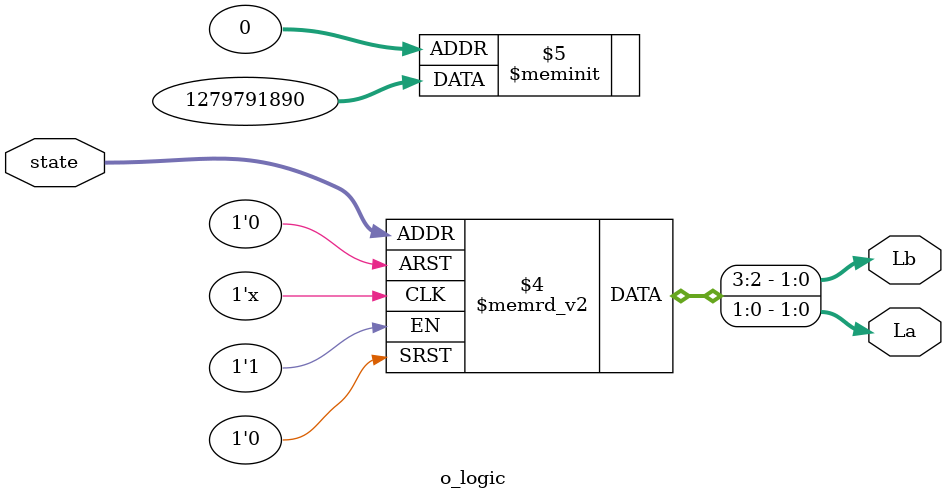
<source format=v>
module o_logic(state, La, Lb);
	input [2:0] state;		// 3bits input
	output reg[1:0] La;		// 2bits output
	output reg[1:0] Lb;		// 2bits output

	parameter s0 = 3'b000;		// define s0=b'000
	parameter s1 = 3'b001;		// define s1=b'001
	parameter s2 = 3'b010;		// define s2=b'010
	parameter s3 = 3'b011;		// define s3=b'011
	parameter s4 = 3'b100;		// define s4=b'100
	parameter s5 = 3'b101;		// define s5=b'101
	parameter s6 = 3'b110;		// define s6=b'110
	parameter s7 = 3'b111;		// define s7=b'111

	parameter red = 2'b00;		// define red=b'00
	parameter yellow = 2'b01;	// define yello=b'01
	parameter green = 2'b10;	// define green=b'10
	parameter left = 2'b11;		// define left=b'11

	always@(state)
	begin
		case(state)
			s0 : 										// when state = s0
				begin 
					La <= green; Lb <= red;		// input green to La, red to Lb
				end
			s1 : 										// when state = s1
				begin 
					La <= yellow; Lb <= red; 	// input yellow to La, red to Lb
				end
			s2 : 										// when state = s2
				begin 
					La <= left; Lb <= red;		// input left to La, red to Lb
				end
			s3 : 										// when state = s3
				begin 
					La <= yellow; Lb <= red;	// input yello to La, red to Lb
				end
			s4 : 										// when state = s4
				begin 
					La <= red; Lb <= green;		// input red to La, green to Lb
				end
			s5 :										// when state = s5
				begin 
					La <= red; Lb <= yellow;	// input red to La, yellow to Lb
				end
			s6 : 										// when state = s6
				begin 
					La <= red; Lb <= left;		// input red to La, left to Lb
				end
			s7 :										// when state = s7
				begin 
					La <= red; Lb <= yellow;	// input red to La, yello to Lb
					end
				default;
		endcase
	end
	
endmodule

</source>
